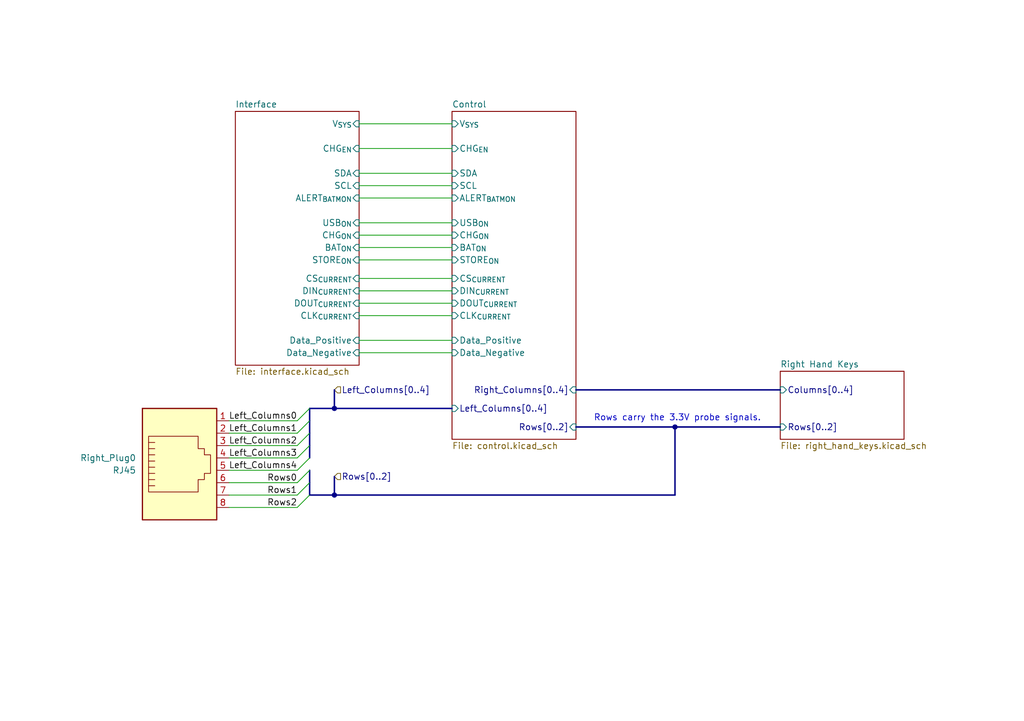
<source format=kicad_sch>
(kicad_sch (version 20250114) (generator "eeschema") (generator_version "9.0")
  (paper "A5")
  (title_block (title "Stenoswitch") (rev "0.1") (company "https://github.com/Bennett-Petzold/port_plover") (comment 1 "NO WARRANTY. See license.") (comment 2 "https://creativecommons.org/licenses/by-sa/4.0/") (comment 3 "© 2025. This work is openly licensed via CC BY-SA 4.0."))
  (lib_symbols
    (symbol "Connector:RJ45" (pin_names (offset 1.016))
      (property "Reference" "J" (at -5.08 13.97 0))
      (property "Value" "RJ45" (at 2.54 13.97 0))
      (symbol "RJ45_0_1"
        (polyline (pts (xy -6.35 1.905) (xy -5.08 1.905) (xy -5.08 1.905)))
        (polyline (pts (xy -6.35 0.635) (xy -5.08 0.635) (xy -5.08 0.635)))
        (polyline (pts (xy -6.35 -0.635) (xy -5.08 -0.635) (xy -5.08 -0.635)))
        (polyline (pts (xy -6.35 -1.905) (xy -5.08 -1.905) (xy -5.08 -1.905)))
        (polyline (pts (xy -6.35 -3.175) (xy -5.08 -3.175) (xy -5.08 -3.175)))
        (polyline (pts (xy -6.35 -4.445) (xy -6.35 6.985) (xy 3.81 6.985) (xy 3.81 4.445) (xy 5.08 4.445) (xy 5.08 3.175) (xy 6.35 3.175) (xy 6.35 -0.635) (xy 5.08 -0.635) (xy 5.08 -1.905) (xy 3.81 -1.905) (xy 3.81 -4.445) (xy -6.35 -4.445) (xy -6.35 -4.445)))
        (polyline (pts (xy -5.08 5.715) (xy -6.35 5.715)))
        (polyline (pts (xy -5.08 4.445) (xy -6.35 4.445)))
        (polyline (pts (xy -5.08 3.175) (xy -6.35 3.175) (xy -6.35 3.175)))
        (rectangle (start 7.62 12.7) (end -7.62 -10.16) (stroke (width 0.254)) (fill (type background)))
      )
      (symbol "RJ45_1_1"
        (pin passive line (at 10.16 10.16 180) (length 2.54) (name "~") (number "8"))
        (pin passive line (at 10.16 7.62 180) (length 2.54) (name "~") (number "7"))
        (pin passive line (at 10.16 5.08 180) (length 2.54) (name "~") (number "6"))
        (pin passive line (at 10.16 2.54 180) (length 2.54) (name "~") (number "5"))
        (pin passive line (at 10.16 0 180) (length 2.54) (name "~") (number "4"))
        (pin passive line (at 10.16 -2.54 180) (length 2.54) (name "~") (number "3"))
        (pin passive line (at 10.16 -5.08 180) (length 2.54) (name "~") (number "2"))
        (pin passive line (at 10.16 -7.62 180) (length 2.54) (name "~") (number "1"))
      )
    )
  )
  (text "Rows carry the 3.3V probe signals." (at 138.938 85.852 0) (effects (font (size 1.27 1.27))))
  (junction (at 68.58 101.6))
  (junction (at 68.58 83.82))
  (junction (at 138.43 87.63))
  (bus_entry (at 63.5 101.6) (size -2.54 2.54))
  (bus_entry (at 63.5 86.36) (size -2.54 2.54))
  (bus_entry (at 63.5 99.06) (size -2.54 2.54))
  (bus_entry (at 63.5 93.98) (size -2.54 2.54))
  (bus_entry (at 63.5 96.52) (size -2.54 2.54))
  (bus_entry (at 63.5 88.9) (size -2.54 2.54))
  (bus_entry (at 63.5 91.44) (size -2.54 2.54))
  (bus_entry (at 63.5 83.82) (size -2.54 2.54))
  (wire (pts (xy 60.96 88.9) (xy 46.99 88.9)))
  (bus (pts (xy 118.11 87.63) (xy 138.43 87.63)))
  (bus (pts (xy 63.5 86.36) (xy 63.5 88.9)))
  (wire (pts (xy 73.66 48.26) (xy 92.71 48.26)))
  (wire (pts (xy 73.66 40.64) (xy 92.71 40.64)))
  (wire (pts (xy 73.66 38.1) (xy 92.71 38.1)))
  (wire (pts (xy 60.96 101.6) (xy 46.99 101.6)))
  (bus (pts (xy 68.58 80.01) (xy 68.58 83.82)))
  (wire (pts (xy 60.96 91.44) (xy 46.99 91.44)))
  (bus (pts (xy 138.43 101.6) (xy 138.43 87.63)))
  (wire (pts (xy 60.96 86.36) (xy 46.99 86.36)))
  (bus (pts (xy 63.5 96.52) (xy 63.5 99.06)))
  (wire (pts (xy 73.66 62.23) (xy 92.71 62.23)))
  (bus (pts (xy 160.02 80.01) (xy 118.11 80.01)))
  (bus (pts (xy 63.5 83.82) (xy 68.58 83.82)))
  (bus (pts (xy 68.58 97.79) (xy 68.58 101.6)))
  (wire (pts (xy 73.66 72.39) (xy 92.71 72.39)))
  (bus (pts (xy 63.5 83.82) (xy 63.5 86.36)))
  (bus (pts (xy 68.58 83.82) (xy 92.71 83.82)))
  (bus (pts (xy 63.5 101.6) (xy 68.58 101.6)))
  (wire (pts (xy 73.66 69.85) (xy 92.71 69.85)))
  (bus (pts (xy 68.58 101.6) (xy 138.43 101.6)))
  (wire (pts (xy 73.66 30.48) (xy 92.71 30.48)))
  (bus (pts (xy 63.5 91.44) (xy 63.5 93.98)))
  (bus (pts (xy 138.43 87.63) (xy 160.02 87.63)))
  (wire (pts (xy 60.96 93.98) (xy 46.99 93.98)))
  (wire (pts (xy 60.96 99.06) (xy 46.99 99.06)))
  (bus (pts (xy 63.5 99.06) (xy 63.5 101.6)))
  (wire (pts (xy 73.66 57.15) (xy 92.71 57.15)))
  (wire (pts (xy 73.66 45.72) (xy 92.71 45.72)))
  (wire (pts (xy 73.66 50.8) (xy 92.71 50.8)))
  (wire (pts (xy 73.66 59.69) (xy 92.71 59.69)))
  (wire (pts (xy 73.66 35.56) (xy 92.71 35.56)))
  (wire (pts (xy 60.96 104.14) (xy 46.99 104.14)))
  (wire (pts (xy 73.66 64.77) (xy 92.71 64.77)))
  (bus (pts (xy 63.5 88.9) (xy 63.5 91.44)))
  (wire (pts (xy 60.96 96.52) (xy 46.99 96.52)))
  (wire (pts (xy 73.66 25.4) (xy 92.71 25.4)))
  (wire (pts (xy 73.66 53.34) (xy 92.71 53.34)))
  (label "Left_Columns2" (at 60.96 91.44 180))
  (label "Rows0" (at 60.96 99.06 180))
  (label "Left_Columns1" (at 60.96 88.9 180))
  (label "Left_Columns3" (at 60.96 93.98 180))
  (label "Left_Columns4" (at 60.96 96.52 180))
  (label "Left_Columns0" (at 60.96 86.36 180))
  (label "Rows1" (at 60.96 101.6 180))
  (label "Rows2" (at 60.96 104.14 180))
  (hierarchical_label "Rows[0..2]" (shape input) (at 68.58 97.79 0))
  (hierarchical_label "Left_Columns[0..4]" (shape input) (at 68.58 80.01 0))
  (symbol (lib_id "Connector:RJ45") (at 36.83 93.98 0) (mirror x) (unit 1)
    (property "Reference" "Right_Plug0" (at 27.94 93.9799 0) (effects (justify right)))
    (property "Value" "RJ45" (at 27.94 96.5199 0) (effects (justify right)))
    (property "Footprint" "custom:8P8C_942" (effects (hide yes)))
    (property "Description" "RJ connector, 8P8C (8 positions 8 connected)" (effects (hide yes)))
  )
  (sheet (at 160.02 76.2) (size 25.4 13.97) (stroke (width 0.1524))
    (property "Sheetname" "Right Hand Keys" (at 160.02 75.4884 0) (effects (justify left bottom)))
    (property "Sheetfile" "right_hand_keys.kicad_sch" (at 160.02 90.7546 0) (effects (justify left top)))
    (pin "Columns[0..4]" input (at 160.02 80.01 180))
    (pin "Rows[0..2]" input (at 160.02 87.63 180))
  )
  (sheet (at 92.71 22.86) (size 25.4 67.31) (stroke (width 0.1524))
    (property "Sheetname" "Control" (at 92.71 22.1484 0) (effects (justify left bottom)))
    (property "Sheetfile" "control.kicad_sch" (at 92.71 90.7546 0) (effects (justify left top)))
    (pin "ALERT_{BATMON}" input (at 92.71 40.64 180))
    (pin "SCL" input (at 92.71 38.1 180))
    (pin "SDA" input (at 92.71 35.56 180))
    (pin "CHG_{EN}" input (at 92.71 30.48 180))
    (pin "Left_Columns[0..4]" input (at 92.71 83.82 180))
    (pin "Data_Negative" input (at 92.71 72.39 180))
    (pin "Data_Positive" input (at 92.71 69.85 180))
    (pin "Rows[0..2]" input (at 118.11 87.63 0))
    (pin "STORE_{ON}" input (at 92.71 53.34 180))
    (pin "Right_Columns[0..4]" input (at 118.11 80.01 0))
    (pin "V_{SYS}" input (at 92.71 25.4 180))
    (pin "BAT_{ON}" input (at 92.71 50.8 180))
    (pin "CHG_{ON}" input (at 92.71 48.26 180))
    (pin "USB_{ON}" input (at 92.71 45.72 180))
    (pin "CLK_{CURRENT}" input (at 92.71 64.77 180))
    (pin "CS_{CURRENT}" input (at 92.71 57.15 180))
    (pin "DIN_{CURRENT}" input (at 92.71 59.69 180))
    (pin "DOUT_{CURRENT}" input (at 92.71 62.23 180))
  )
  (sheet (at 48.26 22.86) (size 25.4 52.07) (stroke (width 0.1524))
    (property "Sheetname" "Interface" (at 48.26 22.1484 0) (effects (justify left bottom)))
    (property "Sheetfile" "interface.kicad_sch" (at 48.26 75.5146 0) (effects (justify left top)))
    (pin "Data_Negative" input (at 73.66 72.39 0))
    (pin "Data_Positive" input (at 73.66 69.85 0))
    (pin "V_{SYS}" input (at 73.66 25.4 0))
    (pin "ALERT_{BATMON}" input (at 73.66 40.64 0))
    (pin "CHG_{EN}" input (at 73.66 30.48 0))
    (pin "BAT_{ON}" input (at 73.66 50.8 0))
    (pin "CHG_{ON}" input (at 73.66 48.26 0))
    (pin "SCL" input (at 73.66 38.1 0))
    (pin "SDA" input (at 73.66 35.56 0))
    (pin "STORE_{ON}" input (at 73.66 53.34 0))
    (pin "USB_{ON}" input (at 73.66 45.72 0))
    (pin "CLK_{CURRENT}" input (at 73.66 64.77 0))
    (pin "CS_{CURRENT}" input (at 73.66 57.15 0))
    (pin "DIN_{CURRENT}" input (at 73.66 59.69 0))
    (pin "DOUT_{CURRENT}" input (at 73.66 62.23 0))
  )
)
</source>
